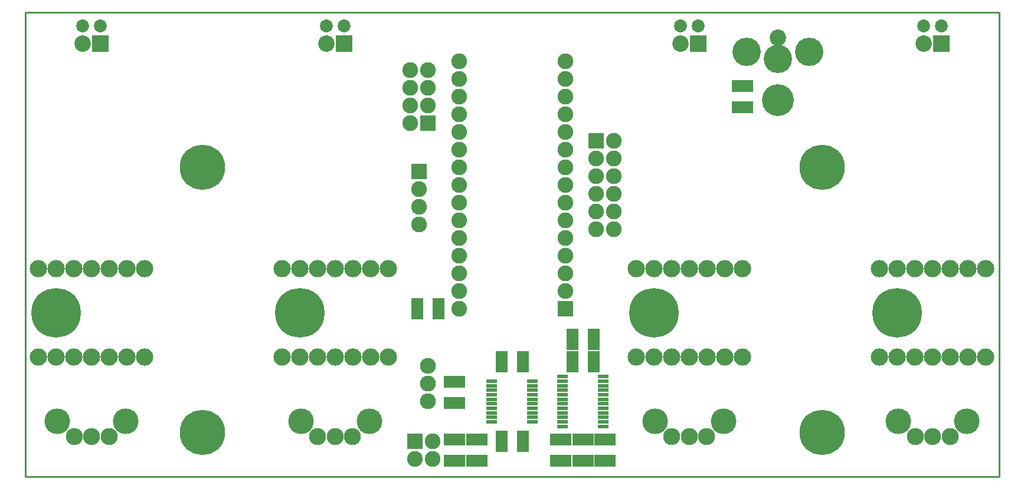
<source format=gbs>
G04 (created by PCBNEW-RS274X (2010-00-09 BZR 23xx)-stable) date Thu 14 Jul 2011 05:09:27 PM PDT*
G01*
G70*
G90*
%MOIN*%
G04 Gerber Fmt 3.4, Leading zero omitted, Abs format*
%FSLAX34Y34*%
G04 APERTURE LIST*
%ADD10C,0.006000*%
%ADD11C,0.009000*%
%ADD12C,0.096000*%
%ADD13C,0.145000*%
%ADD14R,0.089000X0.089000*%
%ADD15C,0.089000*%
%ADD16C,0.090000*%
%ADD17C,0.256000*%
%ADD18C,0.098000*%
%ADD19C,0.280000*%
%ADD20C,0.093000*%
%ADD21R,0.093000X0.093000*%
%ADD22C,0.073000*%
%ADD23R,0.059100X0.019700*%
%ADD24R,0.070000X0.120000*%
%ADD25R,0.120000X0.070000*%
%ADD26C,0.160000*%
%ADD27C,0.180000*%
G04 APERTURE END LIST*
G54D10*
G54D11*
X30500Y-55750D02*
X30500Y-29500D01*
X85500Y-55750D02*
X30500Y-55750D01*
X85500Y-29500D02*
X85500Y-55750D01*
X30500Y-29500D02*
X85500Y-29500D01*
G54D12*
X33266Y-53500D03*
X34250Y-53500D03*
X35234Y-53500D03*
G54D13*
X32320Y-52634D03*
X36180Y-52634D03*
G54D12*
X80766Y-53500D03*
X81750Y-53500D03*
X82734Y-53500D03*
G54D13*
X79820Y-52634D03*
X83680Y-52634D03*
G54D12*
X67016Y-53500D03*
X68000Y-53500D03*
X68984Y-53500D03*
G54D13*
X66070Y-52634D03*
X69930Y-52634D03*
G54D12*
X47016Y-53500D03*
X48000Y-53500D03*
X48984Y-53500D03*
G54D13*
X46070Y-52634D03*
X49930Y-52634D03*
G54D14*
X61000Y-46250D03*
G54D15*
X61000Y-45250D03*
X61000Y-44250D03*
X61000Y-43250D03*
X61000Y-42250D03*
X61000Y-41250D03*
X61000Y-40250D03*
X61000Y-39250D03*
X61000Y-38250D03*
X61000Y-37250D03*
X61000Y-36250D03*
X61000Y-35250D03*
X61000Y-34250D03*
X61000Y-33250D03*
X61000Y-32250D03*
X55000Y-32250D03*
X55000Y-33250D03*
X55000Y-34250D03*
X55000Y-35250D03*
X55000Y-36250D03*
X55000Y-37250D03*
X55000Y-38250D03*
X55000Y-39250D03*
X55000Y-40250D03*
X55000Y-41250D03*
X55000Y-42250D03*
X55000Y-43250D03*
X55000Y-44250D03*
X55000Y-45250D03*
X55000Y-46250D03*
G54D16*
X53250Y-51500D03*
X53250Y-50500D03*
X53250Y-49500D03*
G54D14*
X52500Y-53750D03*
G54D15*
X53500Y-53750D03*
X52500Y-54750D03*
X53500Y-54750D03*
G54D14*
X52750Y-38500D03*
G54D15*
X52750Y-39500D03*
X52750Y-40500D03*
X52750Y-41500D03*
G54D17*
X75500Y-38250D03*
X40500Y-53250D03*
X75500Y-53250D03*
X40500Y-38250D03*
G54D18*
X34250Y-44000D03*
X35250Y-44000D03*
X36250Y-44000D03*
X37250Y-44000D03*
X33250Y-44000D03*
X31250Y-44000D03*
G54D19*
X32250Y-46500D03*
G54D18*
X32250Y-44000D03*
X31250Y-49000D03*
X32250Y-49000D03*
X33250Y-49000D03*
X34250Y-49000D03*
X35250Y-49000D03*
X36250Y-49000D03*
X37250Y-49000D03*
X81750Y-44000D03*
X82750Y-44000D03*
X83750Y-44000D03*
X84750Y-44000D03*
X80750Y-44000D03*
X78750Y-44000D03*
G54D19*
X79750Y-46500D03*
G54D18*
X79750Y-44000D03*
X78750Y-49000D03*
X79750Y-49000D03*
X80750Y-49000D03*
X81750Y-49000D03*
X82750Y-49000D03*
X83750Y-49000D03*
X84750Y-49000D03*
X68000Y-44000D03*
X69000Y-44000D03*
X70000Y-44000D03*
X71000Y-44000D03*
X67000Y-44000D03*
X65000Y-44000D03*
G54D19*
X66000Y-46500D03*
G54D18*
X66000Y-44000D03*
X65000Y-49000D03*
X66000Y-49000D03*
X67000Y-49000D03*
X68000Y-49000D03*
X69000Y-49000D03*
X70000Y-49000D03*
X71000Y-49000D03*
X48000Y-44000D03*
X49000Y-44000D03*
X50000Y-44000D03*
X51000Y-44000D03*
X47000Y-44000D03*
X45000Y-44000D03*
G54D19*
X46000Y-46500D03*
G54D18*
X46000Y-44000D03*
X45000Y-49000D03*
X46000Y-49000D03*
X47000Y-49000D03*
X48000Y-49000D03*
X49000Y-49000D03*
X50000Y-49000D03*
X51000Y-49000D03*
G54D20*
X81250Y-31250D03*
G54D21*
X82250Y-31250D03*
G54D22*
X82250Y-30250D03*
X81250Y-30250D03*
G54D20*
X47500Y-31250D03*
G54D21*
X48500Y-31250D03*
G54D22*
X48500Y-30250D03*
X47500Y-30250D03*
G54D20*
X67500Y-31250D03*
G54D21*
X68500Y-31250D03*
G54D22*
X68500Y-30250D03*
X67500Y-30250D03*
G54D20*
X33750Y-31250D03*
G54D21*
X34750Y-31250D03*
G54D22*
X34750Y-30250D03*
X33750Y-30250D03*
G54D23*
X63160Y-50350D03*
X63160Y-50604D03*
X63160Y-50860D03*
X63160Y-51116D03*
X63160Y-51372D03*
X63160Y-51628D03*
X63160Y-51884D03*
X63160Y-52140D03*
X63160Y-52396D03*
X63160Y-52650D03*
X60840Y-52650D03*
X60840Y-52396D03*
X60840Y-52140D03*
X60840Y-51884D03*
X60840Y-51628D03*
X60840Y-51372D03*
X60840Y-51116D03*
X60840Y-50860D03*
X60840Y-50604D03*
X60840Y-50350D03*
X63160Y-50090D03*
X60840Y-50090D03*
X63160Y-52910D03*
X60840Y-52910D03*
G54D14*
X53250Y-35750D03*
G54D15*
X52250Y-35750D03*
X53250Y-34750D03*
X52250Y-34750D03*
X53250Y-33750D03*
X52250Y-33750D03*
X53250Y-32750D03*
X52250Y-32750D03*
G54D23*
X59160Y-50350D03*
X59160Y-50604D03*
X59160Y-50860D03*
X59160Y-51116D03*
X59160Y-51372D03*
X59160Y-51628D03*
X59160Y-51884D03*
X59160Y-52140D03*
X59160Y-52396D03*
X59160Y-52650D03*
X56840Y-52650D03*
X56840Y-52396D03*
X56840Y-52140D03*
X56840Y-51884D03*
X56840Y-51628D03*
X56840Y-51372D03*
X56840Y-51116D03*
X56840Y-50860D03*
X56840Y-50604D03*
X56840Y-50350D03*
G54D14*
X62750Y-36750D03*
G54D15*
X63750Y-36750D03*
X62750Y-37750D03*
X63750Y-37750D03*
X62750Y-38750D03*
X63750Y-38750D03*
X62750Y-39750D03*
X63750Y-39750D03*
X62750Y-40750D03*
X63750Y-40750D03*
X62750Y-41750D03*
X63750Y-41750D03*
G54D24*
X61400Y-48000D03*
X62600Y-48000D03*
X58600Y-53750D03*
X57400Y-53750D03*
G54D25*
X63250Y-53650D03*
X63250Y-54850D03*
G54D20*
X73000Y-30930D03*
G54D26*
X73000Y-32110D03*
G54D27*
X73000Y-34470D03*
G54D26*
X71230Y-31720D03*
X74770Y-31720D03*
G54D25*
X54750Y-51600D03*
X54750Y-50400D03*
G54D24*
X53850Y-46250D03*
X52650Y-46250D03*
G54D25*
X54750Y-53650D03*
X54750Y-54850D03*
G54D24*
X57400Y-49250D03*
X58600Y-49250D03*
G54D25*
X56000Y-53650D03*
X56000Y-54850D03*
X71000Y-34850D03*
X71000Y-33650D03*
X62000Y-53650D03*
X62000Y-54850D03*
X60750Y-53650D03*
X60750Y-54850D03*
G54D24*
X61400Y-49250D03*
X62600Y-49250D03*
M02*

</source>
